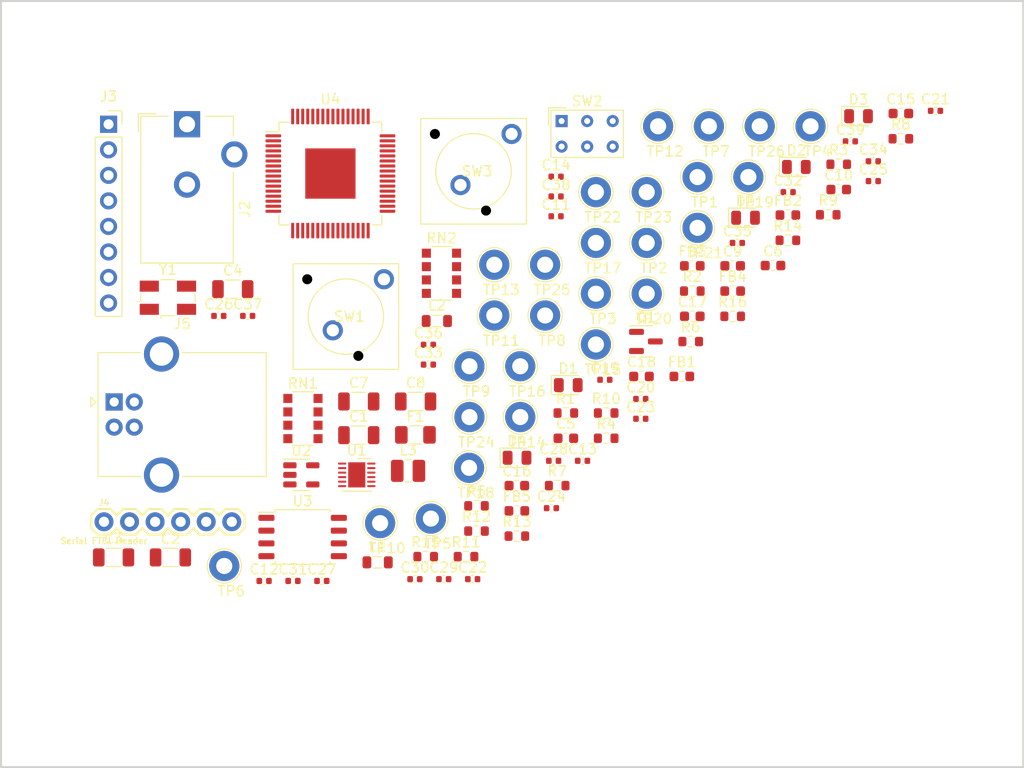
<source format=kicad_pcb>
(kicad_pcb (version 20210722) (generator pcbnew)
  (layers (0 "F.Cu" signal) (31 "B.Cu" signal) (34 "B.Paste" user) (35 "F.Paste" user) (36 "B.SilkS" user "B.Silkscreen") (37 "F.SilkS" user "F.Silkscreen") (38 "B.Mask" user) (39 "F.Mask" user) (44 "Edge.Cuts" user))
  (net 0 "")
  (net 1 "Earth")
  (net 2 "VIN")
  (net 3 "Net-(C2-Pad1)")
  (net 4 "Net-(C4-Pad2)")
  (net 5 "+3V3")
  (net 6 "Net-(C8-Pad1)")
  (net 7 "Net-(C9-Pad1)")
  (net 8 "Net-(C10-Pad1)")
  (net 9 "+1V8")
  (net 10 "Net-(C15-Pad1)")
  (net 11 "+1V2")
  (net 12 "Net-(C16-Pad2)")
  (net 13 "Net-(C17-Pad1)")
  (net 14 "Net-(C18-Pad1)")
  (net 15 "+3.3VADC")
  (net 16 "Net-(D1-Pad1)")
  (net 17 "Net-(D1-Pad2)")
  (net 18 "Net-(D2-Pad1)")
  (net 19 "Net-(D2-Pad2)")
  (net 20 "Net-(D3-Pad2)")
  (net 21 "Net-(D4-Pad2)")
  (net 22 "Net-(D5-Pad2)")
  (net 23 "Net-(FB4-Pad1)")
  (net 24 "Net-(J3-Pad2)")
  (net 25 "Net-(J3-Pad3)")
  (net 26 "Net-(J3-Pad4)")
  (net 27 "Net-(J3-Pad5)")
  (net 28 "Net-(J3-Pad6)")
  (net 29 "Net-(J4-Pad2)")
  (net 30 "Net-(J4-Pad3)")
  (net 31 "Net-(J5-Pad2)")
  (net 32 "Net-(J5-Pad3)")
  (net 33 "Net-(L1-Pad1)")
  (net 34 "Net-(L2-Pad1)")
  (net 35 "Net-(L3-Pad1)")
  (net 36 "Net-(R1-Pad1)")
  (net 37 "Net-(R2-Pad1)")
  (net 38 "Net-(R3-Pad1)")
  (net 39 "Net-(R9-Pad2)")
  (net 40 "Net-(R10-Pad1)")
  (net 41 "Net-(R11-Pad1)")
  (net 42 "Net-(R12-Pad2)")
  (net 43 "Net-(R13-Pad2)")
  (net 44 "Net-(R14-Pad2)")
  (net 45 "Net-(RN2-Pad1)")
  (net 46 "Net-(RN2-Pad4)")
  (net 47 "Net-(RN2-Pad2)")
  (net 48 "Net-(RN2-Pad3)")
  (net 49 "Net-(RN2-Pad7)")
  (net 50 "Net-(RN2-Pad5)")
  (net 51 "Net-(RN2-Pad6)")
  (net 52 "Net-(SW1-Pad2)")
  (net 53 "Net-(SW2-Pad1)")
  (net 54 "Net-(SW2-Pad3)")
  (footprint "Capacitor_SMD:C_0402_1005Metric" (layer "F.Cu") (at 132.91 121)
    (fp_text reference "C29" (at 0 -1.16) (layer "F.SilkS"))
    (fp_text value "10u")
    (pad "1" smd roundrect locked (at -0.48 0) (size 0.56 0.62) (layers "F.Cu" "F.Paste" "F.Mask") (net 11 "+1V2"))
    (pad "2" smd roundrect locked (at 0.48 0) (size 0.56 0.62) (layers "F.Cu" "F.Paste" "F.Mask") (net 1 "Earth"))
  )
  (footprint "Inductor_SMD:L_0603_1608Metric" (layer "F.Cu") (at 157.61 89.84)
    (fp_text reference "FB3" (at 0 -1.43) (layer "F.SilkS"))
    (fp_text value "Ferrite Bead")
    (pad "1" smd roundrect locked (at -0.7875 0) (size 0.875 0.95) (layers "F.Cu" "F.Paste" "F.Mask") (net 11 "+1V2"))
    (pad "2" smd roundrect locked (at 0.7875 0) (size 0.875 0.95) (layers "F.Cu" "F.Paste" "F.Mask") (net 6 "Net-(C8-Pad1)"))
  )
  (footprint "Capacitor_SMD:C_1206_3216Metric" (layer "F.Cu") (at 130.11 103.33)
    (fp_text reference "C8" (at 0 -1.85) (layer "F.SilkS"))
    (fp_text value "10u")
    (pad "1" smd roundrect locked (at -1.475 0) (size 1.15 1.8) (layers "F.Cu" "F.Paste" "F.Mask") (roundrect_rratio 0.217391) (net 6 "Net-(C8-Pad1)"))
    (pad "2" smd roundrect locked (at 1.475 0) (size 1.15 1.8) (layers "F.Cu" "F.Paste" "F.Mask") (roundrect_rratio 0.217391) (net 1 "Earth"))
  )
  (footprint "TestPoint:TestPoint_Loop_D2.60mm_Drill1.6mm_Beaded" (layer "F.Cu") (at 153.08 82.51)
    (fp_text reference "TP23" (at 0.7 2.5) (layer "F.SilkS"))
    (fp_text value "GND")
    (pad "1" thru_hole circle locked (at 0 0) (size 3 3) (drill 1.6) (layers *.Cu *.Mask) (net 1 "Earth"))
  )
  (footprint "Capacitor_SMD:C_1206_3216Metric" (layer "F.Cu") (at 111.94 92.16)
    (fp_text reference "C4" (at 0 -1.85) (layer "F.SilkS"))
    (fp_text value "10u")
    (pad "1" smd roundrect locked (at -1.475 0) (size 1.15 1.8) (layers "F.Cu" "F.Paste" "F.Mask") (roundrect_rratio 0.217391) (net 1 "Earth"))
    (pad "2" smd roundrect locked (at 1.475 0) (size 1.15 1.8) (layers "F.Cu" "F.Paste" "F.Mask") (roundrect_rratio 0.217391) (net 4 "Net-(C4-Pad2)"))
  )
  (footprint "Capacitor_SMD:C_0402_1005Metric" (layer "F.Cu") (at 148.92 101.17)
    (fp_text reference "C19" (at 0 -1.16) (layer "F.SilkS"))
    (fp_text value "0.1u")
    (pad "1" smd roundrect locked (at -0.48 0) (size 0.56 0.62) (layers "F.Cu" "F.Paste" "F.Mask") (net 11 "+1V2"))
    (pad "2" smd roundrect locked (at 0.48 0) (size 0.56 0.62) (layers "F.Cu" "F.Paste" "F.Mask") (net 1 "Earth"))
  )
  (footprint "TestPoint:TestPoint_Loop_D2.60mm_Drill1.6mm_Beaded" (layer "F.Cu") (at 148.03 97.66)
    (fp_text reference "TP15" (at 0.7 2.5) (layer "F.SilkS"))
    (fp_text value "BOOT")
    (pad "1" thru_hole circle locked (at 0 0) (size 3 3) (drill 1.6) (layers *.Cu *.Mask) (net 54 "Net-(SW2-Pad3)"))
  )
  (footprint "Capacitor_SMD:C_0402_1005Metric" (layer "F.Cu") (at 167.14 82.51)
    (fp_text reference "C32" (at 0 -1.16) (layer "F.SilkS"))
    (fp_text value "0.1u")
    (pad "1" smd roundrect locked (at -0.48 0) (size 0.56 0.62) (layers "F.Cu" "F.Paste" "F.Mask") (net 5 "+3V3"))
    (pad "2" smd roundrect locked (at 0.48 0) (size 0.56 0.62) (layers "F.Cu" "F.Paste" "F.Mask") (net 1 "Earth"))
  )
  (footprint "TestPoint:TestPoint_Loop_D2.60mm_Drill1.6mm_Beaded" (layer "F.Cu") (at 135.42 109.93)
    (fp_text reference "TP18" (at 0.7 2.5) (layer "F.SilkS"))
    (fp_text value "XIN")
    (pad "1" thru_hole circle locked (at 0 0) (size 3 3) (drill 1.6) (layers *.Cu *.Mask) (net 8 "Net-(C10-Pad1)"))
  )
  (footprint "Capacitor_SMD:C_0402_1005Metric" (layer "F.Cu") (at 131.38 99.66)
    (fp_text reference "C33" (at 0 -1.16) (layer "F.SilkS"))
    (fp_text value "0.1u")
    (pad "1" smd roundrect locked (at -0.48 0) (size 0.56 0.62) (layers "F.Cu" "F.Paste" "F.Mask") (net 5 "+3V3"))
    (pad "2" smd roundrect locked (at 0.48 0) (size 0.56 0.62) (layers "F.Cu" "F.Paste" "F.Mask") (net 1 "Earth"))
  )
  (footprint "ohsnap-footprints:SW_TH_Tactile_CIT-NC-Series-SPST" (layer "F.Cu") (at 116.925 88.635)
    (fp_text reference "SW1" (at 6.604 6.25) (layer "F.SilkS"))
    (fp_text value "User Button")
    (pad "" np_thru_hole circle (at 7.493 10.16 90) (size 1 1) (drill 1) (layers *.Mask))
    (pad "" np_thru_hole circle (at 2.413 2.54 90) (size 1 1) (drill 1) (layers *.Mask))
    (pad "1" thru_hole circle locked (at 4.953 7.62 90) (size 2 2) (drill 1.22) (layers *.Cu *.Mask) (net 39 "Net-(R9-Pad2)"))
    (pad "2" thru_hole circle locked (at 10.033 2.54 90) (size 2 2) (drill 1.22) (layers *.Cu *.Mask) (net 52 "Net-(SW1-Pad2)"))
  )
  (footprint "LED_SMD:LED_0805_2012Metric" (layer "F.Cu") (at 140.19 108.925)
    (fp_text reference "D4" (at 0 -1.65) (layer "F.SilkS"))
    (fp_text value "PWRGD1V8")
    (pad "1" smd roundrect (at -0.9375 0) (size 0.975 1.4) (layers "F.Cu" "F.Paste" "F.Mask") (net 1 "Earth"))
    (pad "2" smd roundrect (at 0.9375 0) (size 0.975 1.4) (layers "F.Cu" "F.Paste" "F.Mask") (net 21 "Net-(D4-Pad2)"))
  )
  (footprint "Capacitor_SMD:C_0402_1005Metric" (layer "F.Cu") (at 110.55 94.82)
    (fp_text reference "C26" (at 0 -1.16) (layer "F.SilkS"))
    (fp_text value "10u")
    (pad "1" smd roundrect locked (at -0.48 0) (size 0.56 0.62) (layers "F.Cu" "F.Paste" "F.Mask") (net 11 "+1V2"))
    (pad "2" smd roundrect locked (at 0.48 0) (size 0.56 0.62) (layers "F.Cu" "F.Paste" "F.Mask") (net 1 "Earth"))
  )
  (footprint "Capacitor_SMD:C_1206_3216Metric" (layer "F.Cu") (at 124.46 103.33)
    (fp_text reference "C7" (at 0 -1.85) (layer "F.SilkS"))
    (fp_text value "4.7u")
    (pad "1" smd roundrect locked (at -1.475 0) (size 1.15 1.8) (layers "F.Cu" "F.Paste" "F.Mask") (roundrect_rratio 0.217391) (net 1 "Earth"))
    (pad "2" smd roundrect locked (at 1.475 0) (size 1.15 1.8) (layers "F.Cu" "F.Paste" "F.Mask") (roundrect_rratio 0.217391) (net 2 "VIN"))
  )
  (footprint "TestPoint:TestPoint_Loop_D2.60mm_Drill1.6mm_Beaded" (layer "F.Cu") (at 148.03 92.61)
    (fp_text reference "TP3" (at 0.7 2.5) (layer "F.SilkS"))
    (fp_text value "QSPI_MOSI")
    (pad "1" thru_hole circle locked (at 0 0) (size 3 3) (drill 1.6) (layers *.Cu *.Mask) (net 51 "Net-(RN2-Pad6)"))
  )
  (footprint "Capacitor_SMD:C_0402_1005Metric" (layer "F.Cu") (at 117.92 121.18)
    (fp_text reference "C31" (at 0 -1.16) (layer "F.SilkS"))
    (fp_text value "0.1u")
    (pad "1" smd roundrect locked (at -0.48 0) (size 0.56 0.62) (layers "F.Cu" "F.Paste" "F.Mask") (net 5 "+3V3"))
    (pad "2" smd roundrect locked (at 0.48 0) (size 0.56 0.62) (layers "F.Cu" "F.Paste" "F.Mask") (net 1 "Earth"))
  )
  (footprint "Capacitor_SMD:C_0603_1608Metric" (layer "F.Cu") (at 161.62 89.84)
    (fp_text reference "C9" (at 0 -1.43) (layer "F.SilkS"))
    (fp_text value "10u")
    (pad "1" smd roundrect locked (at -0.775 0) (size 0.9 0.95) (layers "F.Cu" "F.Paste" "F.Mask") (net 7 "Net-(C9-Pad1)"))
    (pad "2" smd roundrect locked (at 0.775 0) (size 0.9 0.95) (layers "F.Cu" "F.Paste" "F.Mask") (net 1 "Earth"))
  )
  (footprint "Resistor_SMD:R_0603_1608Metric" (layer "F.Cu") (at 149.05 104.48)
    (fp_text reference "R10" (at 0 -1.43) (layer "F.SilkS"))
    (fp_text value "10k")
    (pad "1" smd roundrect locked (at -0.825 0) (size 0.8 0.95) (layers "F.Cu" "F.Paste" "F.Mask") (net 40 "Net-(R10-Pad1)"))
    (pad "2" smd roundrect locked (at 0.825 0) (size 0.8 0.95) (layers "F.Cu" "F.Paste" "F.Mask") (net 1 "Earth"))
  )
  (footprint "TestPoint:TestPoint_Loop_D2.60mm_Drill1.6mm_Beaded" (layer "F.Cu") (at 137.93 94.78)
    (fp_text reference "TP11" (at 0.7 2.5) (layer "F.SilkS"))
    (fp_text value "RXD")
    (pad "1" thru_hole circle locked (at 0 0) (size 3 3) (drill 1.6) (layers *.Cu *.Mask) (net 29 "Net-(J4-Pad2)"))
  )
  (footprint "Resistor_SMD:R_0603_1608Metric" (layer "F.Cu") (at 140.17 116.72)
    (fp_text reference "R13" (at 0 -1.43) (layer "F.SilkS"))
    (fp_text value "4.7")
    (pad "1" smd roundrect locked (at -0.825 0) (size 0.8 0.95) (layers "F.Cu" "F.Paste" "F.Mask") (net 32 "Net-(J5-Pad3)"))
    (pad "2" smd roundrect locked (at 0.825 0) (size 0.8 0.95) (layers "F.Cu" "F.Paste" "F.Mask") (net 43 "Net-(R13-Pad2)"))
  )
  (footprint "Connector_PinSocket_2.54mm:PinSocket_1x08_P2.54mm_Vertical" (layer "F.Cu") (at 99.59 75.76)
    (fp_text reference "J3" (at 0 -2.77) (layer "F.SilkS"))
    (fp_text value "JTAG")
    (pad "1" thru_hole rect locked (at 0 0) (size 1.7 1.7) (drill 1) (layers *.Cu *.Mask) (net 5 "+3V3"))
    (pad "2" thru_hole oval locked (at 0 2.54) (size 1.7 1.7) (drill 1) (layers *.Cu *.Mask) (net 24 "Net-(J3-Pad2)"))
    (pad "3" thru_hole oval locked (at 0 5.08) (size 1.7 1.7) (drill 1) (layers *.Cu *.Mask) (net 25 "Net-(J3-Pad3)"))
    (pad "4" thru_hole oval locked (at 0 7.62) (size 1.7 1.7) (drill 1) (layers *.Cu *.Mask) (net 26 "Net-(J3-Pad4)"))
    (pad "5" thru_hole oval locked (at 0 10.16) (size 1.7 1.7) (drill 1) (layers *.Cu *.Mask) (net 27 "Net-(J3-Pad5)"))
    (pad "6" thru_hole oval locked (at 0 12.7) (size 1.7 1.7) (drill 1) (layers *.Cu *.Mask) (net 28 "Net-(J3-Pad6)"))
    (pad "7" thru_hole oval locked (at 0 15.24) (size 1.7 1.7) (drill 1) (layers *.Cu *.Mask) (net 14 "Net-(C18-Pad1)"))
    (pad "8" thru_hole oval locked (at 0 17.78) (size 1.7 1.7) (drill 1) (layers *.Cu *.Mask) (net 1 "Earth"))
  )
  (footprint "TestPoint:TestPoint_Loop_D2.60mm_Drill1.6mm_Beaded" (layer "F.Cu") (at 135.46 99.83)
    (fp_text reference "TP9" (at 0.7 2.5) (layer "F.SilkS"))
    (fp_text value "PP1V8")
    (pad "1" thru_hole circle locked (at 0 0) (size 3 3) (drill 1.6) (layers *.Cu *.Mask) (net 9 "+1V8"))
  )
  (footprint "Capacitor_SMD:C_1206_3216Metric" (layer "F.Cu") (at 100.09 118.84)
    (fp_text reference "C3" (at 0 -1.85) (layer "F.SilkS"))
    (fp_text value "4.7u")
    (pad "1" smd roundrect locked (at -1.475 0) (size 1.15 1.8) (layers "F.Cu" "F.Paste" "F.Mask") (roundrect_rratio 0.217391) (net 1 "Earth"))
    (pad "2" smd roundrect locked (at 1.475 0) (size 1.15 1.8) (layers "F.Cu" "F.Paste" "F.Mask") (roundrect_rratio 0.217391) (net 2 "VIN"))
  )
  (footprint "Capacitor_SMD:C_0402_1005Metric" (layer "F.Cu") (at 175.6 79.44)
    (fp_text reference "C34" (at 0 -1.16) (layer "F.SilkS"))
    (fp_text value "0.1u")
    (pad "1" smd roundrect locked (at -0.48 0) (size 0.56 0.62) (layers "F.Cu" "F.Paste" "F.Mask") (net 5 "+3V3"))
    (pad "2" smd roundrect locked (at 0.48 0) (size 0.56 0.62) (layers "F.Cu" "F.Paste" "F.Mask") (net 1 "Earth"))
  )
  (footprint "Capacitor_SMD:C_0603_1608Metric" (layer "F.Cu") (at 165.63 89.81)
    (fp_text reference "C6" (at 0 -1.43) (layer "F.SilkS"))
    (fp_text value "0.1u")
    (pad "1" smd roundrect locked (at -0.775 0) (size 0.9 0.95) (layers "F.Cu" "F.Paste" "F.Mask") (net 1 "Earth"))
    (pad "2" smd roundrect locked (at 0.775 0) (size 0.9 0.95) (layers "F.Cu" "F.Paste" "F.Mask") (net 5 "+3V3"))
  )
  (footprint "Resistor_SMD:R_0603_1608Metric" (layer "F.Cu") (at 157.45 97.37)
    (fp_text reference "R6" (at 0 -1.43) (layer "F.SilkS"))
    (fp_text value "330")
    (pad "1" smd roundrect locked (at -0.825 0) (size 0.8 0.95) (layers "F.Cu" "F.Paste" "F.Mask") (net 21 "Net-(D4-Pad2)"))
    (pad "2" smd roundrect locked (at 0.825 0) (size 0.8 0.95) (layers "F.Cu" "F.Paste" "F.Mask") (net 9 "+1V8"))
  )
  (footprint "Capacitor_SMD:C_0402_1005Metric" (layer "F.Cu") (at 130.04 121)
    (fp_text reference "C30" (at 0 -1.16) (layer "F.SilkS"))
    (fp_text value "0.1u")
    (pad "1" smd roundrect locked (at -0.48 0) (size 0.56 0.62) (layers "F.Cu" "F.Paste" "F.Mask") (net 5 "+3V3"))
    (pad "2" smd roundrect locked (at 0.48 0) (size 0.56 0.62) (layers "F.Cu" "F.Paste" "F.Mask") (net 1 "Earth"))
  )
  (footprint "Resistor_SMD:R_0603_1608Metric" (layer "F.Cu") (at 135.12 118.76)
    (fp_text reference "R11" (at 0 -1.43) (layer "F.SilkS"))
    (fp_text value "10k")
    (pad "1" smd roundrect locked (at -0.825 0) (size 0.8 0.95) (layers "F.Cu" "F.Paste" "F.Mask") (net 41 "Net-(R11-Pad1)"))
    (pad "2" smd roundrect locked (at 0.825 0) (size 0.8 0.95) (layers "F.Cu" "F.Paste" "F.Mask") (net 1 "Earth"))
  )
  (footprint "Capacitor_SMD:C_0603_1608Metric" (layer "F.Cu") (at 152.56 100.84)
    (fp_text reference "C18" (at 0 -1.43) (layer "F.SilkS"))
    (fp_text value "1u")
    (pad "1" smd roundrect locked (at -0.775 0) (size 0.9 0.95) (layers "F.Cu" "F.Paste" "F.Mask") (net 14 "Net-(C18-Pad1)"))
    (pad "2" smd roundrect locked (at 0.775 0) (size 0.9 0.95) (layers "F.Cu" "F.Paste" "F.Mask") (net 1 "Earth"))
  )
  (footprint "Resistor_SMD:R_0603_1608Metric" (layer "F.Cu") (at 136.16 113.71)
    (fp_text reference "R5" (at 0 -1.43) (layer "F.SilkS"))
    (fp_text value "330")
    (pad "1" smd roundrect locked (at -0.825 0) (size 0.8 0.95) (layers "F.Cu" "F.Paste" "F.Mask") (net 20 "Net-(D3-Pad2)"))
    (pad "2" smd roundrect locked (at 0.825 0) (size 0.8 0.95) (layers "F.Cu" "F.Paste" "F.Mask") (net 5 "+3V3"))
  )
  (footprint "Capacitor_SMD:C_0402_1005Metric" (layer "F.Cu") (at 152.49 103.08)
    (fp_text reference "C20" (at 0 -1.16) (layer "F.SilkS"))
    (fp_text value "0.1u")
    (pad "1" smd roundrect locked (at -0.48 0) (size 0.56 0.62) (layers "F.Cu" "F.Paste" "F.Mask") (net 11 "+1V2"))
    (pad "2" smd roundrect locked (at 0.48 0) (size 0.56 0.62) (layers "F.Cu" "F.Paste" "F.Mask") (net 1 "Earth"))
  )
  (footprint "Capacitor_SMD:C_0402_1005Metric" (layer "F.Cu") (at 120.79 121.18)
    (fp_text reference "C27" (at 0 -1.16) (layer "F.SilkS"))
    (fp_text value "10u")
    (pad "1" smd roundrect locked (at -0.48 0) (size 0.56 0.62) (layers "F.Cu" "F.Paste" "F.Mask") (net 11 "+1V2"))
    (pad "2" smd roundrect locked (at 0.48 0) (size 0.56 0.62) (layers "F.Cu" "F.Paste" "F.Mask") (net 1 "Earth"))
  )
  (footprint "Package_QFP:LQFP-64-1EP_10x10mm_P0.5mm_EP5x5mm" (layer "F.Cu") (at 121.64 80.66)
    (fp_text reference "U4" (at 0 -7.4) (layer "F.SilkS"))
    (fp_text value "NUC980DR61YC")
    (pad "1" smd roundrect locked (at -5.675 -3.75) (size 1.55 0.3) (layers "F.Cu" "F.Paste" "F.Mask") (net 1 "Earth"))
    (pad "2" smd roundrect locked (at -5.675 -3.25) (size 1.55 0.3) (layers "F.Cu" "F.Paste" "F.Mask"))
    (pad "3" smd roundrect locked (at -5.675 -2.75) (size 1.55 0.3) (layers "F.Cu" "F.Paste" "F.Mask"))
    (pad "4" smd roundrect locked (at -5.675 -2.25) (size 1.55 0.3) (layers "F.Cu" "F.Paste" "F.Mask") (net 28 "Net-(J3-Pad6)"))
    (pad "5" smd roundrect locked (at -5.675 -1.75) (size 1.55 0.3) (layers "F.Cu" "F.Paste" "F.Mask") (net 27 "Net-(J3-Pad5)"))
    (pad "6" smd roundrect locked (at -5.675 -1.25) (size 1.55 0.3) (layers "F.Cu" "F.Paste" "F.Mask") (net 26 "Net-(J3-Pad4)"))
    (pad "7" smd roundrect locked (at -5.675 -0.75) (size 1.55 0.3) (layers "F.Cu" "F.Paste" "F.Mask") (net 25 "Net-(J3-Pad3)"))
    (pad "8" smd roundrect locked (at -5.675 -0.25) (size 1.55 0.3) (layers "F.Cu" "F.Paste" "F.Mask") (net 24 "Net-(J3-Pad2)"))
    (pad "9" smd roundrect locked (at -5.675 0.25) (size 1.55 0.3) (layers "F.Cu" "F.Paste" "F.Mask") (net 5 "+3V3"))
    (pad "10" smd roundrect locked (at -5.675 0.75) (size 1.55 0.3) (layers "F.Cu" "F.Paste" "F.Mask") (net 11 "+1V2"))
    (pad "11" smd roundrect locked (at -5.675 1.25) (size 1.55 0.3) (layers "F.Cu" "F.Paste" "F.Mask") (net 9 "+1V8"))
    (pad "12" smd roundrect locked (at -5.675 1.75) (size 1.55 0.3) (layers "F.Cu" "F.Paste" "F.Mask") (net 11 "+1V2"))
    (pad "13" smd roundrect locked (at -5.675 2.25) (size 1.55 0.3) (layers "F.Cu" "F.Paste" "F.Mask") (net 5 "+3V3"))
    (pad "14" smd roundrect locked (at -5.675 2.75) (size 1.55 0.3) (layers "F.Cu" "F.Paste" "F.Mask") (net 53 "Net-(SW2-Pad1)"))
    (pad "15" smd roundrect locked (at -5.675 3.25) (size 1.55 0.3) (layers "F.Cu" "F.Paste" "F.Mask") (net 54 "Net-(SW2-Pad3)"))
    (pad "16" smd roundrect locked (at -5.675 3.75) (size 1.55 0.3) (layers "F.Cu" "F.Paste" "F.Mask"))
    (pad "17" smd roundrect locked (at -3.75 5.675) (size 0.3 1.55) (layers "F.Cu" "F.Paste" "F.Mask"))
    (pad "18" smd roundrect locked (at -3.25 5.675) (size 0.3 1.55) (layers "F.Cu" "F.Paste" "F.Mask") (net 15 "+3.3VADC"))
    (pad "19" smd roundrect locked (at -2.75 5.675) (size 0.3 1.55) (layers "F.Cu" "F.Paste" "F.Mask") (net 16 "Net-(D1-Pad1)"))
    (pad "20" smd roundrect locked (at -2.25 5.675) (size 0.3 1.55) (layers "F.Cu" "F.Paste" "F.Mask"))
    (pad "21" smd roundrect locked (at -1.75 5.675) (size 0.3 1.55) (layers "F.Cu" "F.Paste" "F.Mask"))
    (pad "22" smd roundrect locked (at -1.25 5.675) (size 0.3 1.55) (layers "F.Cu" "F.Paste" "F.Mask"))
    (pad "23" smd roundrect locked (at -0.75 5.675) (size 0.3 1.55) (layers "F.Cu" "F.Paste" "F.Mask"))
    (pad "24" smd roundrect locked (at -0.25 5.675) (size 0.3 1.55) (layers "F.Cu" "F.Paste" "F.Mask"))
    (pad "25" smd roundrect locked (at 0.25 5.675) (size 0.3 1.55) (layers "F.Cu" "F.Paste" "F.Mask"))
    (pad "26" smd roundrect locked (at 0.75 5.675) (size 0.3 1.55) (layers "F.Cu" "F.Paste" "F.Mask") (net 18 "Net-(D2-Pad1)"))
    (pad "27" smd roundrect locked (at 1.25 5.675) (size 0.3 1.55) (layers "F.Cu" "F.Paste" "F.Mask"))
    (pad "28" smd roundrect locked (at 1.75 5.675) (size 0.3 1.55) (layers "F.Cu" "F.Paste" "F.Mask"))
    (pad "29" smd roundrect locked (at 2.25 5.675) (size 0.3 1.55) (layers "F.Cu" "F.Paste" "F.Mask"))
    (pad "30" smd roundrect locked (at 2.75 5.675) (size 0.3 1.55) (layers "F.Cu" "F.Paste" "F.Mask") (net 52 "Net-(SW1-Pad2)"))
    (pad "31" smd roundrect locked (at 3.25 5.675) (size 0.3 1.55) (layers "F.Cu" "F.Paste" "F.Mask") (net 11 "+1V2"))
    (pad "32" smd roundrect locked (at 3.75 5.675) (size 0.3 1.55) (layers "F.Cu" "F.Paste" "F.Mask") (net 5 "+3V3"))
    (pad "33" smd roundrect locked (at 5.675 3.75) (size 1.55 0.3) (layers "F.Cu" "F.Paste" "F.Mask") (net 45 "Net-(RN2-Pad1)"))
    (pad "34" smd roundrect locked (at 5.675 3.25) (size 1.55 0.3) (layers "F.Cu" "F.Paste" "F.Mask") (net 47 "Net-(RN2-Pad2)"))
    (pad "35" smd roundrect locked (at 5.675 2.75) (size 1.55 0.3) (layers "F.Cu" "F.Paste" "F.Mask") (net 48 "Net-(RN2-Pad3)"))
    (pad "36" smd roundrect locked (at 5.675 2.25) (size 1.55 0.3) (layers "F.Cu" "F.Paste" "F.Mask") (net 46 "Net-(RN2-Pad4)"))
    (pad "37" smd roundrect locked (at 5.675 1.75) (size 1.55 0.3) (layers "F.Cu" "F.Paste" "F.Mask") (net 14 "Net-(C18-Pad1)"))
    (pad "38" smd roundrect locked (at 5.675 1.25) (size 1.55 0.3) (layers "F.Cu" "F.Paste" "F.Mask") (net 11 "+1V2"))
    (pad "39" smd roundrect locked (at 5.675 0.75) (size 1.55 0.3) (layers "F.Cu" "F.Paste" "F.Mask") (net 9 "+1V8"))
    (pad "40" smd roundrect locked (at 5.675 0.25) (size 1.55 0.3) (layers "F.Cu" "F.Paste" "F.Mask") (net 5 "+3V3"))
    (pad "41" smd roundrect locked (at 5.675 -0.25) (size 1.55 0.3) (layers "F.Cu" "F.Paste" "F.Mask"))
    (pad "42" smd roundrect locked (at 5.675 -0.75) (size 1.55 0.3) (layers "F.Cu" "F.Paste" "F.Mask"))
    (pad "43" smd roundrect locked (at 5.675 -1.25) (size 1.55 0.3) (layers "F.Cu" "F.Paste" "F.Mask"))
    (pad "44" smd roundrect locked (at 5.675 -1.75) (size 1.55 0.3) (layers "F.Cu" "F.Paste" "F.Mask"))
    (pad "45" smd roundrect locked (at 5.675 -2.25) (size 1.55 0.3) (layers "F.Cu" "F.Paste" "F.Mask"))
    (pad "46" smd roundrect locked (at 5.675 -2.75) (size 1.55 0.3) (layers "F.Cu" "F.Paste" "F.Mask"))
    (pad "47" smd roundrect locked (at 5.675 -3.25) (size 1.55 0.3) (layers "F.Cu" "F.Paste" "F.Mask"))
    (pad "48" smd roundrect locked (at 5.675 -3.75) (size 1.55 0.3) (layers "F.Cu" "F.Paste" "F.Mask") (net 11 "+1V2"))
    (pad "49" smd roundrect locked (at 3.75 -5.675) (size 0.3 1.55) (layers "F.Cu" "F.Paste" "F.Mask"))
    (pad "50" smd roundrect locked (at 3.25 -5.675) (size 0.3 1.55) (layers "F.Cu" "F.Paste" "F.Mask"))
    (pad "51" smd roundrect locked (at 2.75 -5.675) (size 0.3 1.55) (layers "F.Cu" "F.Paste" "F.Mask"))
    (pad "52" smd roundrect locked (at 2.25 -5.675) (size 0.3 1.55) (layers "F.Cu" "F.Paste" "F.Mask") (net 29 "Net-(J4-Pad2)"))
    (pad "53" smd roundrect locked (at 1.75 -5.675) (size 0.3 1.55) (layers "F.Cu" "F.Paste" "F.Mask") (net 30 "Net-(J4-Pad3)"))
    (pad "54" smd roundrect locked (at 1.25 -5.675) (size 0.3 1.55) (layers "F.Cu" "F.Paste" "F.Mask") (net 5 "+3V3"))
    (pad "55" smd roundrect locked (at 0.75 -5.675) (size 0.3 1.55) (layers "F.Cu" "F.Paste" "F.Mask") (net 8 "Net-(C10-Pad1)"))
    (pad "56" smd roundrect locked (at 0.25 -5.675) (size 0.3 1.55) (layers "F.Cu" "F.Paste" "F.Mask") (net 13 "Net-(C17-Pad1)"))
    (pad "57" smd roundrect locked (at -0.25 -5.675) (size 0.3 1.55) (layers "F.Cu" "F.Paste" "F.Mask"))
    (pad "58" smd roundrect locked (at -0.75 -5.675) (size 0.3 1.55) (layers "F.Cu" "F.Paste" "F.Mask") (net 11 "+1V2"))
    (pad "59" smd roundrect locked (at -1.25 -5.675) (size 0.3 1.55) (layers "F.Cu" "F.Paste" "F.Mask") (net 5 "+3V3"))
    (pad "60" smd roundrect locked (at -1.75 -5.675) (size 0.3 1.55) (layers "F.Cu" "F.Paste" "F.Mask") (net 11 "+1V2"))
    (pad "61" smd roundrect locked (at -2.25 -5.675) (size 0.3 1.55) (layers "F.Cu" "F.Paste" "F.Mask") (net 44 "Net-(R14-Pad2)"))
    (pad "62" smd roundrect locked (at -2.75 -5.675) (size 0.3 1.55) (layers "F.Cu" "F.Paste" "F.Mask") (net 43 "Net-(R13-Pad2)"))
    (pad "63" smd roundrect locked (at -3.25 -5.675) (size 0.3 1.55) (layers "F.Cu" "F.Paste" "F.Mask") (net 5 "+3V3"))
    (pad "64" smd roundrect locked (at -3.75 -5.675) (size 0.3 1.55) (layers "F.Cu" "F.Paste" "F.Mask") (net 42 "Net-(R12-Pad2)"))
    (pad "65" smd rect locked (at 0 0) (size 5 5) (layers "F.Cu" "F.Mask") (net 1 "Earth"))
  )
  (footprint "TestPoint:TestPoint_Loop_D2.60mm_Drill1.6mm_Beaded" (layer "F.Cu") (at 164.31 75.96)
    (fp_text reference "TP26" (at 0.7 2.5) (layer "F.SilkS"))
    (fp_text value "USB-")
    (pad "1" thru_hole circle locked (at 0 0) (size 3 3) (drill 1.6) (layers *.Cu *.Mask) (net 44 "Net-(R14-Pad2)"))
  )
  (footprint "ohsnap-footprints:SW_TH_Tactile_CIT-NC-Series-SPST" (layer "F.Cu") (at 129.615 74.185)
    (fp_text reference "SW3" (at 6.604 6.25) (layer "F.SilkS"))
    (fp_text value "Reset")
    (pad "" np_thru_hole circle (at 2.413 2.54 90) (size 1 1) (drill 1) (layers *.Mask))
    (pad "" np_thru_hole circle (at 7.493 10.16 90) (size 1 1) (drill 1) (layers *.Mask))
    (pad "1" thru_hole circle locked (at 4.953 7.62 90) (size 2 2) (drill 1.22) (layers *.Cu *.Mask) (net 14 "Net-(C18-Pad1)"))
    (pad "2" thru_hole circle locked (at 10.033 2.54 90) (size 2 2) (drill 1.22) (layers *.Cu *.Mask) (net 1 "Earth"))
  )
  (footprint "Capacitor_SMD:C_0603_1608Metric" (layer "F.Cu") (at 145.04 106.99)
    (fp_text reference "C5" (at 0 -1.43) (layer "F.SilkS"))
    (fp_text value "10u")
    (pad "1" smd roundrect locked (at -0.775 0) (size 0.9 0.95) (layers "F.Cu" "F.Paste" "F.Mask") (net 1 "Earth"))
    (pad "2" smd roundrect locked (at 0.775 0) (size 0.9 0.95) (layers "F.Cu" "F.Paste" "F.Mask") (net 5 "+3V3"))
  )
  (footprint "TestPoint:TestPoint_Loop_D2.60mm_Drill1.6mm_Beaded" (layer "F.Cu") (at 159.26 75.96)
    (fp_text reference "TP7" (at 0.7 2.5) (layer "F.SilkS"))
    (fp_text value "TDO")
    (pad "1" thru_hole circle locked (at 0 0) (size 3 3) (drill 1.6) (layers *.Cu *.Mask) (net 28 "Net-(J3-Pad6)"))
  )
  (footprint "LED_SMD:LED_0805_2012Metric" (layer "F.Cu") (at 145.28 101.705)
    (fp_text reference "D1" (at 0 -1.65) (layer "F.SilkS"))
    (fp_text value "LED2")
    (pad "1" smd roundrect (at -0.9375 0) (size 0.975 1.4) (layers "F.Cu" "F.Paste" "F.Mask") (net 16 "Net-(D1-Pad1)"))
    (pad "2" smd roundrect (at 0.9375 0) (size 0.975 1.4) (layers "F.Cu" "F.Paste" "F.Mask") (net 17 "Net-(D1-Pad2)"))
  )
  (footprint "Capacitor_SMD:C_0402_1005Metric" (layer "F.Cu") (at 143.61 113.94)
    (fp_text reference "C24" (at 0 -1.16) (layer "F.SilkS"))
    (fp_text value "0.1u")
    (pad "1" smd roundrect locked (at -0.48 0) (size 0.56 0.62) (layers "F.Cu" "F.Paste" "F.Mask") (net 11 "+1V2"))
    (pad "2" smd roundrect locked (at 0.48 0) (size 0.56 0.62) (layers "F.Cu" "F.Paste" "F.Mask") (net 1 "Earth"))
  )
  (footprint "LED_SMD:LED_0805_2012Metric" (layer "F.Cu") (at 162.9 85.055)
    (fp_text reference "D5" (at 0 -1.65) (layer "F.SilkS"))
    (fp_text value "PWRGD1V2")
    (pad "1" smd roundrect (at -0.9375 0) (size 0.975 1.4) (layers "F.Cu" "F.Paste" "F.Mask") (net 1 "Earth"))
    (pad "2" smd roundrect (at 0.9375 0) (size 0.975 1.4) (layers "F.Cu" "F.Paste" "F.Mask") (net 22 "Net-(D5-Pad2)"))
  )
  (footprint "Capacitor_SMD:C_0402_1005Metric" (layer "F.Cu") (at 144.07 80.97)
    (fp_text reference "C14" (at 0 -1.16) (layer "F.SilkS"))
    (fp_text value "10u")
    (pad "1" smd roundrect locked (at -0.48 0) (size 0.56 0.62) (layers "F.Cu" "F.Paste" "F.Mask") (net 9 "+1V8"))
    (pad "2" smd roundrect locked (at 0.48 0) (size 0.56 0.62) (layers "F.Cu" "F.Paste" "F.Mask") (net 1 "Earth"))
  )
  (footprint "Resistor_SMD:R_0603_1608Metric" (layer "F.Cu") (at 161.62 94.86)
    (fp_text reference "R16" (at 0 -1.43) (layer "F.SilkS"))
    (fp_text value "100k")
    (pad "1" smd roundrect locked (at -0.825 0) (size 0.8 0.95) (layers "F.Cu" "F.Paste" "F.Mask") (net 1 "Earth"))
    (pad "2" smd roundrect locked (at 0.825 0) (size 0.8 0.95) (layers "F.Cu" "F.Paste" "F.Mask") (net 12 "Net-(C16-Pad2)"))
  )
  (footprint "Resistor_SMD:R_0603_1608Metric" (layer "F.Cu") (at 145.04 104.48)
    (fp_text reference "R1" (at 0 -1.43) (layer "F.SilkS"))
    (fp_text value "10k")
    (pad "1" smd roundrect locked (at -0.825 0) (size 0.8 0.95) (layers "F.Cu" "F.Paste" "F.Mask") (net 36 "Net-(R1-Pad1)"))
    (pad "2" smd roundrect locked (at 0.825 0) (size 0.8 0.95) (layers "F.Cu" "F.Paste" "F.Mask") (net 5 "+3V3"))
  )
  (footprint "Capacitor_SMD:C_0402_1005Metric" (layer "F.Cu") (at 144.07 82.94)
    (fp_text reference "C38" (at 0 -1.16) (layer "F.SilkS"))
    (fp_text value "0.1u")
    (pad "1" smd roundrect locked (at -0.48 0) (size 0.56 0.62) (layers "F.Cu" "F.Paste" "F.Mask") (net 15 "+3.3VADC"))
    (pad "2" smd roundrect locked (at 0.48 0) (size 0.56 0.62) (layers "F.Cu" "F.Paste" "F.Mask") (net 1 "Earth"))
  )
  (footprint "Package_DFN_QFN:WDFN-12-1EP_3x3mm_P0.45mm_EP1.7x2.5mm" (layer "F.Cu") (at 124.26 110.63)
    (fp_text reference "U1" (at 0 -2.45) (layer "F.SilkS"))
    (fp_text value "PAM2306AYPKE")
    (pad "1" smd roundrect locked (at -1.45 -1.125) (size 0.8 0.2) (layers "F.Cu" "F.Paste" "F.Mask") (net 2 "VIN"))
    (pad "2" smd roundrect locked (at -1.45 -0.675) (size 0.8 0.2) (layers "F.Cu" "F.Paste" "F.Mask") (net 34 "Net-(L2-Pad1)"))
    (pad "3" smd roundrect locked (at -1.45 -0.225) (size 0.8 0.2) (layers "F.Cu" "F.Paste" "F.Mask") (net 1 "Earth"))
    (pad "4" smd roundrect locked (at -1.45 0.225) (size 0.8 0.2) (layers "F.Cu" "F.Paste" "F.Mask") (net 3 "Net-(C2-Pad1)"))
    (pad "5" smd roundrect locked (at -1.45 0.675) (size 0.8 0.2) (layers "F.Cu" "F.Paste" "F.Mask"))
    (pad "6" smd roundrect locked (at -1.45 1.125) (size 0.8 0.2) (layers "F.Cu" "F.Paste" "F.Mask") (net 2 "VIN"))
    (pad "7" smd roundrect locked (at 1.45 1.125) (size 0.8 0.2) (layers "F.Cu" "F.Paste" "F.Mask") (net 2 "VIN"))
    (pad "8" smd roundrect locked (at 1.45 0.675) (size 0.8 0.2) (layers "F.Cu" "F.Paste" "F.Mask") (net 33 "Net-(L1-Pad1)"))
    (pad "9" smd roundrect locked (at 1.45 0.225) (size 0.8 0.2) (layers "F.Cu" "F.Paste" "F.Mask") (net 1 "Earth"))
    (pad "10" smd roundrect locked (at 1.45 -0.225) (size 0.8 0.2) (layers "F.Cu" "F.Paste" "F.Mask") (net 4 "Net-(C4-Pad2)"))
    (pad "11" smd roundrect locked (at 1.45 -0.675) (size 0.8 0.2) (layers "F.Cu" "F.Paste" "F.Mask"))
    (pad "12" smd roundrect locked (at 1.45 -1.125) (size 0.8 0.2) (layers "F.Cu" "F.Paste" "F.Mask") (net 2 "VIN"))
    (pad "13" smd rect locked (at 0 0) (size 1.7 2.5) (layers "F.Cu" "F.Mask") (net 1 "Earth"))
  )
  (footprint "Capacitor_SMD:C_0402_1005Metric" (layer "F.Cu") (at 146.7 109.23)
    (fp_text reference "C13" (at 0 -1.16) (layer "F.SilkS"))
    (fp_text value "10u")
    (pad "1" smd roundrect locked (at -0.48 0) (size 0.56 0.62) (layers "F.Cu" "F.Paste" "F.Mask") (net 9 "+1V8"))
    (pad "2" smd roundrect locked (at 0.48 0) (size 0.56 0.62) (layers "F.Cu" "F.Paste" "F.Mask") (net 1 "Earth"))
  )
  (footprint "Inductor_SMD:L_0805_2012Metric" (layer "F.Cu") (at 126.33 119.33)
    (fp_text reference "L1" (at 0 -1.55) (layer "F.SilkS"))
    (fp_text value "4.7u")
    (pad "1" smd roundrect locked (at -1.0625 0) (size 0.875 1.2) (layers "F.Cu" "F.Paste" "F.Mask") (net 33 "Net-(L1-Pad1)"))
    (pad "2" smd roundrect locked (at 1.0625 0) (size 0.875 1.2) (layers "F.Cu" "F.Paste" "F.Mask") (net 3 "Net-(C2-Pad1)"))
  )
  (footprint "TestPoint:TestPoint_Loop_D2.60mm_Drill1.6mm_Beaded" (layer "F.Cu") (at 148.03 87.56)
    (fp_text reference "TP17" (at 0.7 2.5) (layer "F.SilkS"))
    (fp_text value "XOUT")
    (pad "1" thru_hole circle locked (at 0 0) (size 3 3) (drill 1.6) (layers *.Cu *.Mask) (net 13 "Net-(C17-Pad1)"))
  )
  (footprint "Inductor_SMD:L_0603_1608Metric" (layer "F.Cu") (at 156.57 100.84)
    (fp_text reference "FB1" (at 0 -1.43) (layer "F.SilkS"))
    (fp_text value "Ferrite Bead")
    (pad "1" smd roundrect locked (at -0.7875 0) (size 0.875 0.95) (layers "F.Cu" "F.Paste" "F.Mask") (net 5 "+3V3"))
    (pad "2" smd roundrect locked (at 0.7875 0) (size 0.875 0.95) (layers "F.Cu" "F.Paste" "F.Mask") (net 3 "Net-(C2-Pad1)"))
  )
  (footprint "LED_SMD:LED_0805_2012Metric" (layer "F.Cu") (at 167.95 80.005)
    (fp_text reference "D2" (at 0 -1.65) (layer "F.SilkS"))
    (fp_text value "LED1")
    (pad "1" smd roundrect (at -0.9375 0) (size 0.975 1.4) (layers "F.Cu" "F.Paste" "F.Mask") (net 18 "Net-(D2-Pad1)"))
    (pad "2" smd roundrect (at 0.9375 0) (size 0.975 1.4) (layers "F.Cu" "F.Paste" "F.Mask") (net 19 "Net-(D2-Pad2)"))
  )
  (footprint "Inductor_SMD:L_0603_1608Metric" (layer "F.Cu") (at 161.62 92.35)
    (fp_text reference "FB4" (at 0 -1.43) (layer "F.SilkS"))
    (fp_text value "Ferrite Bead")
    (pad "1" smd roundrect locked (at -0.7875 0) (size 0.875 0.95) (layers "F.Cu" "F.Paste" "F.Mask") (net 23 "Net-(FB4-Pad1)"))
    (pad "2" smd roundrect locked (at 0.7875 0) (size 0.875 0.95) (layers "F.Cu" "F.Paste" "F.Mask") (net 1 "Earth"))
  )
  (footprint "Capacitor_SMD:C_0402_1005Metric" (layer "F.Cu") (at 131.38 97.69)
    (fp_text reference "C36" (at 0 -1.16) (layer "F.SilkS"))
    (fp_text value "0.1u")
    (pad "1" smd roundrect locked (at -0.48 0) (size 0.56 0.62) (layers "F.Cu" "F.Paste" "F.Mask") (net 5 "+3V3"))
    (pad "2" smd roundrect locked (at 0.48 0) (size 0.56 0.62) (layers "F.Cu" "F.Paste" "F.Mask") (net 1 "Earth"))
  )
  (footprint "Inductor_SMD:L_0805_2012Metric" (layer "F.Cu") (at 132.22 95.33)
    (fp_text reference "L2" (at 0 -1.55) (layer "F.SilkS"))
    (fp_text value "4.7u")
    (pad "1" smd roundrect locked (at -1.0625 0) (size 0.875 1.2) (layers "F.Cu" "F.Paste" "F.Mask") (net 34 "Net-(L2-Pad1)"))
    (pad "2" smd roundrect locked (at 1.0625 0) (size 0.875 1.2) (layers "F.Cu" "F.Paste" "F.Mask") (net 4 "Net-(C4-Pad2)"))
  )
  (footprint "Capacitor_SMD:C_0402_1005Metric" (layer "F.Cu") (at 152.49 105.05)
    (fp_text reference "C23" (at 0 -1.16) (layer "F.SilkS"))
    (fp_text value "0.1u")
    (pad "1" smd roundrect locked (at -0.48 0) (size 0.56 0.62) (layers "F.Cu" "F.Paste" "F.Mask") (net 11 "+1V2"))
    (pad "2" smd roundrect locked (at 0.48 0) (size 0.56 0.62) (layers "F.Cu" "F.Paste" "F.Mask") (net 1 "Earth"))
  )
  (footprint "Capacitor_SMD:C_0603_1608Metric" (layer "F.Cu") (at 157.61 94.86)
    (fp_text reference "C17" (at 0 -1.43) (layer "F.SilkS"))
    (fp_text value "15p")
    (pad "1" smd roundrect locked (at -0.775 0) (size 0.9 0.95) (layers "F.Cu" "F.Paste" "F.Mask") (net 13 "Net-(C17-Pad1)"))
    (pad "2" smd roundrect locked (at 0.775 0) (size 0.9 0.95) (layers "F.Cu" "F.Paste" "F.Mask") (net 1 "Earth"))
  )
  (footprint "Button_Switch_THT:SW_NKK_GW12LJP" (layer "F.Cu") (at 144.62 75.44)
    (fp_text reference "SW2" (at 2.54 -1.98) (layer "F.SilkS"))
    (fp_text value "Boot Source")
    (pad "1" thru_hole rect locked (at 0 0) (size 1.2 1.2) (drill 0.6) (layers *.Cu *.Mask) (net 53 "Net-(SW2-Pad1)"))
    (pad "2" thru_hole circle locked (at 2.54 0) (size 1.2 1.2) (drill 0.6) (layers *.Cu *.Mask) (net 41 "Net-(R11-Pad1)"))
    (pad "3" thru_hole circle locked (at 5.08 0) (size 1.2 1.2) (drill 0.6) (layers *.Cu *.Mask) (net 54 "Net-(SW2-Pad3)"))
    (pad "4" thru_hole circle locked (at 0 2.54) (size 1.2 1.2) (drill 0.6) (layers *.Cu *.Mask) (net 40 "Net-(R10-Pad1)"))
    (pad "5" thru_hole circle locked (at 2.54 2.54) (size 1.2 1.2) (drill 0.6) (layers *.Cu *.Mask))
    (pad "6" thru_hole circle locked (at 5.08 2.54) (size 1.2 1.2) (drill 0.6) (layers *.Cu *.Mask))
  )
  (footprint "Package_TO_SOT_SMD:SOT-23" (layer "F.Cu") (at 153 97.36)
    (fp_text reference "Q1" (at 0 -2.4) (layer "F.SilkS"))
    (fp_text value "MMBT3904")
    (pad "1" smd roundrect locked (at -0.9375 -0.95) (size 1.475 0.6) (layers "F.Cu" "F.Paste" "F.Mask") (net 12 "Net-(C16-Pad2)"))
    (pad "2" smd roundrect locked (at -0.9375 0.95) (size 1.475 0.6) (layers "F.Cu" "F.Paste" "F.Mask") (net 1 "Earth"))
    (pad "3" smd roundrect locked (at 0.9375 0) (size 1.475 0.6) (layers "F.Cu" "F.Paste" "F.Mask") (net 14 "Net-(C18-Pad1)"))
  )
  (footprint "TestPoint:TestPoint_Loop_D2.60mm_Drill1.6mm_Beaded" (layer "F.Cu") (at 140.51 104.88)
    (fp_text reference "TP14" (at 0.7 2.5) (layer "F.SilkS"))
    (fp_text value "PC.11")
    (pad "1" thru_hole circle locked (at 0 0) (size 3 3) (drill 1.6) (layers *.Cu *.Mask) (net 18 "Net-(D2-Pad1)"))
  )
  (footprint "Resistor_SMD:R_0603_1608Metric" (layer "F.Cu") (at 171.12 84.76)
    (fp_text reference "R9" (at 0 -1.43) (layer "F.SilkS"))
    (fp_text value "10k")
    (pad "1" smd roundrect locked (at -0.825 0) (size 0.8 0.95) (layers "F.Cu" "F.Paste" "F.Mask") (net 5 "+3V3"))
    (pad "2" smd roundrect locked (at 0.825 0) (size 0.8 0.95) (layers "F.Cu" "F.Paste" "F.Mask") (net 39 "Net-(R9-Pad2)"))
  )
  (footprint "Capacitor_SMD:C_0402_1005Metric" (layer "F.Cu") (at 115.05 121.18)
    (fp_text reference "C12" (at 0 -1.16) (layer "F.SilkS"))
    (fp_text value "10u")
    (pad "1" smd roundrect locked (at -0.48 0) (size 0.56 0.62) (layers "F.Cu" "F.Paste" "F.Mask") (net 9 "+1V8"))
    (pad "2" smd roundrect locked (at 0.48 0) (size 0.56 0.62) (layers "F.Cu" "F.Paste" "F.Mask") (net 1 "Earth"))
  )
  (footprint "Fuse:Fuse_1206_3216Metric" (layer "F.Cu") (at 130.09 106.65)
    (fp_text reference "F1" (at 0 -1.82) (layer "F.SilkS"))
    (fp_text value "Fuse 6V/1A")
    (pad "1" smd roundrect locked (at -1.4 0) (size 1.25 1.75) (layers "F.Cu" "F.Paste" "F.Mask") (roundrect_rratio 0.2) (net 7 "Net-(C9-Pad1)"))
    (pad "2" smd roundrect locked (at 1.4 0) (size 1.25 1.75) (layers "F.Cu" "F.Paste" "F.Mask") (roundrect_rratio 0.2) (net 2 "VIN"))
  )
  (footprint "Inductor_SMD:L_0603_1608Metric" (layer "F.Cu") (at 140.17 114.21)
    (fp_text reference "FB5" (at 0 -1.43) (layer "F.SilkS"))
    (fp_text value "Ferrite Bead")
    (pad "1" smd roundrect locked (at -0.7875 0) (size 0.875 0.95) (layers "F.Cu" "F.Paste" "F.Mask") (net 5 "+3V3"))
    (pad "2" smd roundrect locked (at 0.7875 0) (size 0.875 0.95) (layers "F.Cu" "F.Paste" "F.Mask") (net 15 "+3.3VADC"))
  )
  (footprint "Capacitor_SMD:C_0402_1005Metric" (layer "F.Cu") (at 144.07 84.91)
    (fp_text reference "C11" (at 0 -1.16) (layer "F.SilkS"))
    (fp_text value "0.1u")
    (pad "1" smd roundrect locked (at -0.48 0) (size 0.56 0.62) (layers "F.Cu" "F.Paste" "F.Mask") (net 9 "+1V8"))
    (pad "2" smd roundrect locked (at 0.48 0) (size 0.56 0.62) (layers "F.Cu" "F.Paste" "F.Mask") (net 1 "Earth"))
  )
  (footprint "Resistor_SMD:R_0603_1608Metric" (layer "F.Cu") (at 144.18 111.7)
    (fp_text reference "R7" (at 0 -1.43) (layer "F.SilkS"))
    (fp_text value "330")
    (pad "1" smd roundrect locked (at -0.825 0) (size 0.8 0.95) (layers "F.Cu" "F.Paste" "F.Mask") (net 22 "Net-(D5-Pad2)"))
    (pad "2" smd roundrect locked (at 0.825 0) (size 0.8 0.95) (layers "F.Cu" "F.Paste" "F.Mask") (net 11 "+1V2"))
  )
  (footprint "Resistor_SMD:R_Array_Convex_4x1206" (layer "F.Cu") (at 132.68 90.58)
    (fp_text reference "RN2" (at 0 -3.5) (layer "F.SilkS"))
    (fp_text value "33-8P4R")
    (pad "1" smd rect locked (at -1.5 -2) (size 0.9 0.9) (layers "F.Cu" "F.Paste" "F.Mask") (net 45 "Net-(RN2-Pad1)"))
    (pad "2" smd rect locked (at -1.5 -0.66) (size 0.9 0.9) (layers "F.Cu" "F.Paste" "F.Mask") (net 47 "Net-(RN2-Pad2)"))
    (pad "3" smd rect locked (at -1.5 0.66) (size 0.9 0.9) (layers "F.Cu" "F.Paste" "F.Mask") (net 48 "Net-(RN2-Pad3)"))
    (pad "4" smd rect locked (at -1.5 2) (size 0.9 0.9) (layers "F.Cu" "F.Paste" "F.Mask") (net 46 "Net-(RN2-Pad4)"))
    (pad "5" smd rect locked (at 1.5 2) (size 0.9 0.9) (layers "F.Cu" "F.Paste" "F.Mask") (net 50 "Net-(RN2-Pad5)"))
    (pad "6" smd rect locked (at 1.5 0.66) (size 0.9 0.9) (layers "F.Cu" "F.Paste" "F.Mask") (net 51 "Net-(RN2-Pad6)"))
    (pad "7" smd rect locked (at 1.5 -0.66) (size 0.9 0.9) (layers "F.Cu" "F.Paste" "F.Mask") (net 49 "Net-(RN2-Pad7)"))
    (pad "8" smd rect locked (at 1.5 -2) (size 0.9 0.9) (layers "F.Cu" "F.Paste" "F.Mask") (net 36 "Net-(R1-Pad1)"))
  )
  (footprint "Capacitor_SMD:C_0603_1608Metric" (layer "F.Cu") (at 178.34 74.69)
    (fp_text reference "C15" (at 0 -1.43) (layer "F.SilkS"))
    (fp_text value ".01u")
    (pad "1" smd roundrect locked (at -0.775 0) (size 0.9 0.95) (layers "F.Cu" "F.Paste" "F.Mask") (net 10 "Net-(C15-Pad1)"))
    (pad "2" smd roundrect locked (at 0.775 0) (size 0.9 0.95) (layers "F.Cu" "F.Paste" "F.Mask") (net 1 "Earth"))
  )
  (footprint "SparkFun-Connectors:1X06" (layer "F.Cu") (at 99.1366 115.2966)
    (fp_text reference "J4" (at 0 -1.905) (layer "F.SilkS") (effects (font (size 0.6096 0.6096) (thickness 0.127))))
    (fp_text value "Serial FTDI Header" (at 0 1.905) (layer "F.SilkS") (effects (font (size 0.6096 0.6096) (thickness 0.127))))
    (pad "1" thru_hole circle locked (at 0 0) (size 1.8796 1.8796) (drill 1.016) (layers *.Cu *.Mask))
    (pad "2" thru_hole circle locked (at 2.54 0) (size 1.8796 1.8796) (drill 1.016) (layers *.Cu *.Mask) (net 29 "Net-(J4-Pad2)"))
    (pad "3" thru_hole circle locked (at 5.08 0) (size 1.8796 1.8796) (drill 1.016) (layers *.Cu *.Mask) (net 30 "Net-(J4-Pad3)"))
    (pad "4" thru_hole circle locked (at 7.62 0) (size 1.8796 1.8796) (drill 1.016) (layers *.Cu *.Mask) (net 5 "+3V3"))
    (pad "5" thru_hole circle locked (at 10.16 0) (size 1.8796 1.8796) (drill 1.016) (layers *.Cu *.Mask))
    (pad "6" thru_hole circle locked (at 12.7 0) (size 1.8796 1.8796) (drill 1.016) (layers *.Cu *.Mask) (net 1 "Earth"))
  )
  (footprint "Capacitor_SMD:C_0603_1608Metric" (layer "F.Cu") (at 172.16 82.25)
    (fp_text reference "C10" (at 0 -1.43) (layer "F.SilkS"))
    (fp_text value "15p")
    (pad "1" smd roundrect locked (at -0.775 0) (size 0.9 0.95) (layers "F.Cu" "F.Paste" "F.Mask") (net 8 "Net-(C10-Pad1)"))
    (pad "2" smd roundrect locked (at 0.775 0) (size 0.9 0.95) (layers "F.Cu" "F.Paste" "F.Mask") (net 1 "Earth"))
  )
  (footprint "Inductor_SMD:L_1008_2520Metric" (layer "F.Cu") (at 129.36 110.23)
    (fp_text reference "L3" (at 0 -2.05) (layer "F.SilkS"))
    (fp_text value "10u")
    (pad "1" smd roundrect locked (at -1.075 0) (size 1.25 2.2) (layers "F.Cu" "F.Paste" "F.Mask") (roundrect_rratio 0.2) (net 35 "Net-(L3-Pad1)"))
    (pad "2" smd roundrect locked (at 1.075 0) (size 1.25 2.2) (layers "F.Cu" "F.Paste" "F.Mask") (roundrect_rratio 0.2) (net 6 "Net-(C8-Pad1)"))
  )
  (footprint "Resistor_SMD:R_0603_1608Metric" (layer "F.Cu") (at 131.11 118.76)
    (fp_text reference "R15" (at 0 -1.43) (layer "F.SilkS"))
    (fp_text value "100k")
    (pad "1" smd roundrect locked (at -0.825 0) (size 0.8 0.95) (layers "F.Cu" "F.Paste" "F.Mask") (net 14 "Net-(C18-Pad1)"))
    (pad "2" smd roundrect locked (at 0.825 0) (size 0.8 0.95) (layers "F.Cu" "F.Paste" "F.Mask") (net 5 "+3V3"))
  )
  (footprint "Resistor_SMD:R_0603_1608Metric" (layer "F.Cu") (at 167.11 87.3)
    (fp_text reference "R14" (at 0 -1.43) (layer "F.SilkS"))
    (fp_text value "4.7")
    (pad "1" smd roundrect locked (at -0.825 0) (size 0.8 0.95) (layers "F.Cu" "F.Paste" "F.Mask") (net 31 "Net-(J5-Pad2)"))
    (pad "2" smd roundrect locked (at 0.825 0) (size 0.8 0.95) (layers "F.Cu" "F.Paste" "F.Mask") (net 44 "Net-(R14-Pad2)"))
  )
  (footprint "Crystal:Crystal_SMD_EuroQuartz_MJ-4Pin_5.0x3.2mm" (layer "F.Cu") (at 105.49 93.01)
    (fp_text reference "Y1" (at 0 -2.8) (layer "F.SilkS"))
    (fp_text value "12 MHz")
    (pad "1" smd rect locked (at -1.85 1.15) (size 1.9 1.1) (layers "F.Cu" "F.Paste" "F.Mask") (net 8 "Net-(C10-Pad1)"))
    (pad "2" smd rect locked (at 1.85 1.15) (size 1.9 1.1) (layers "F.Cu" "F.Paste" "F.Mask") (net 1 "Earth"))
    (pad "3" smd rect locked (at 1.85 -1.15) (size 1.9 1.1) (layers "F.Cu" "F.Paste" "F.Mask") (net 13 "Net-(C17-Pad1)"))
    (pad "4" smd rect locked (at -1.85 -1.15) (size 1.9 1.1) (layers "F.Cu" "F.Paste" "F.Mask") (net 1 "Earth"))
  )
  (footprint "Inductor_SMD:L_0603_1608Metric" (layer "F.Cu") (at 167.11 84.79)
    (fp_text reference "FB2" (at 0 -1.43) (layer "F.SilkS"))
    (fp_text value "Ferrite Bead")
    (pad "1" smd roundrect locked (at -0.7875 0) (size 0.875 0.95) (layers "F.Cu" "F.Paste" "F.Mask") (net 9 "+1V8"))
    (pad "2" smd roundrect locked (at 0.7875 0) (size 0.875 0.95) (layers "F.Cu" "F.Paste" "F.Mask") (net 4 "Net-(C4-Pad2)"))
  )
  (footprint "TestPoint:TestPoint_Loop_D2.60mm_Drill1.6mm_Beaded" (layer "F.Cu") (at 153.08 87.56)
    (fp_text reference "TP2" (at 0.7 2.5) (layer "F.SilkS"))
    (fp_text value "QSPI_CLK")
    (pad "1" thru_hole circle locked (at 0 0) (size 3 3) (drill 1.6) (layers *.Cu *.Mask) (net 49 "Net-(RN2-Pad7)"))
  )
  (footprint "TestPoint:TestPoint_Loop_D2.60mm_Drill1.6mm_Beaded" (layer "F.Cu") (at 131.63 114.98)
    (fp_text reference "TP5" (at 0.7 2.5) (layer "F.SilkS"))
    (fp_text value "TCK")
    (pad "1" thru_hole circle locked (at 0 0) (size 3 3) (drill 1.6) (layers *.Cu *.Mask) (net 27 "Net-(J3-Pad5)"))
  )
  (footprint "LED_SMD:LED_0805_2012Metric" (layer "F.Cu") (at 174.13 74.955)
    (fp_text reference "D3" (at 0 -1.65) (layer "F.SilkS"))
    (fp_text value "PWRGD3V3")
    (pad "1" smd roundrect (at -0.9375 0) (size 0.975 1.4) (layers "F.Cu" "F.Paste" "F.Mask") (net 1 "Earth"))
    (pad "2" smd roundrect (at 0.9375 0) (size 0.975 1.4) (layers "F.Cu" "F.Paste" "F.Mask") (net 20 "Net-(D3-Pad2)"))
  )
  (footprint "TestPoint:TestPoint_Loop_D2.60mm_Drill1.6mm_Beaded" (layer "F.Cu") (at 142.98 94.78)
    (fp_text reference "TP8" (at 0.7 2.5) (layer "F.SilkS"))
    (fp_text value "PP3V3")
    (pad "1" thru_hole circle locked (at 0 0) (size 3 3) (drill 1.6) (layers *.Cu *.Mask) (net 5 "+3V3"))
  )
  (footprint "Capacitor_SMD:C_0402_1005Metric" (layer "F.Cu") (at 181.78 74.42)
    (fp_text reference "C21" (at 0 -1.16) (layer "F.SilkS"))
    (fp_text value "0.1u")
    (pad "1" smd roundrect locked (at -0.48 0) (size 0.56 0.62) (layers "F.Cu" "F.Paste" "F.Mask") (net 11 "+1V2"))
    (pad "2" smd roundrect locked (at 0.48 0) (size 0.56 0.62) (layers "F.Cu" "F.Paste" "F.Mask") (net 1 "Earth"))
  )
  (footprint "TestPoint:TestPoint_Loop_D2.60mm_Drill1.6mm_Beaded" (layer "F.Cu") (at 169.36 75.96)
    (fp_text reference "TP4" (at 0.7 2.5) (layer "F.SilkS"))
    (fp_text value "QSPI_MISO")
    (pad "1" thru_hole circle locked (at 0 0) (size 3 3) (drill 1.6) (layers *.Cu *.Mask) (net 50 "Net-(RN2-Pad5)"))
  )
  (footprint "TestPoint:TestPoint_Loop_D2.60mm_Drill1.6mm_Beaded" (layer "F.Cu") (at 154.21 75.96)
    (fp_text reference "TP12" (at 0.7 2.5) (layer "F.SilkS"))
    (fp_text value "TXD")
    (pad "1" thru_hole circle locked (at 0 0) (size 3 3) (drill 1.6) (layers *.Cu *.Mask) (net 30 "Net-(J4-Pad3)"))
  )
  (footprint "Connector_USB:USB_B_OST_USB-B1HSxx_Horizontal" (layer "F.Cu") (at 100.145 103.38)
    (fp_text reference "J5" (at 6.76 -7.77) (layer "F.SilkS"))
    (fp_text value "USB-A")
    (pad "1" thru_hole rect (at 0 0) (size 1.7 1.7) (drill 0.92) (layers *.Cu *.Mask) (net 7 "Net-(C9-Pad1)"))
    (pad "2" thru_hole circle (at 0 2.5) (size 1.7 1.7) (drill 0.92) (layers *.Cu *.Mask) (net 31 "Net-(J5-Pad2)"))
    (pad "3" thru_hole circle (at 2 2.5) (size 1.7 1.7) (drill 0.92) (layers *.Cu *.Mask) (net 32 "Net-(J5-Pad3)"))
    (pad "4" thru_hole circle (at 2 0) (size 1.7 1.7) (drill 0.92) (layers *.Cu *.Mask) (net 23 "Net-(FB4-Pad1)"))
    (pad "5" thru_hole circle (at 4.71 -4.77) (size 3.5 3.5) (drill 2.33) (layers *.Cu *.Mask) (net 10 "Net-(C15-Pad1)"))
    (pad "5" thru_hole circle (at 4.71 7.27) (size 3.5 3.5) (drill 2.33) (layers *.Cu *.Mask) (net 10 "Net-(C15-Pad1)"))
  )
  (footprint "TestPoint:TestPoint_Loop_D2.60mm_Drill1.6mm_Beaded" (layer "F.Cu") (at 153.08 92.61)
    (fp_text reference "TP20" (at 0.7 2.5) (layer "F.SilkS"))
    (fp_text value "GND")
    (pad "1" thru_hole circle locked (at 0 0) (size 3 3) (drill 1.6) (layers *.Cu *.Mask) (net 1 "Earth"))
  )
  (footprint "Capacitor_SMD:C_0402_1005Metric" (layer "F.Cu") (at 113.42 94.82)
    (fp_text reference "C37" (at 0 -1.16) (layer "F.SilkS"))
    (fp_text value "10u")
    (pad "1" smd roundrect locked (at -0.48 0) (size 0.56 0.62) (layers "F.Cu" "F.Paste" "F.Mask") (net 5 "+3V3"))
    (pad "2" smd roundrect locked (at 0.48 0) (size 0.56 0.62) (layers "F.Cu" "F.Paste" "F.Mask") (net 1 "Earth"))
  )
  (footprint "Capacitor_SMD:C_0603_1608Metric" (layer "F.Cu") (at 140.17 111.7)
    (fp_text reference "C16" (at 0 -1.43) (layer "F.SilkS"))
    (fp_text value "1u")
    (pad "1" smd roundrect locked (at -0.775 0) (size 0.9 0.95) (layers "F.Cu" "F.Paste" "F.Mask") (net 11 "+1V2"))
    (pad "2" smd roundrect locked (at 0.775 0) (size 0.9 0.95) (layers "F.Cu" "F.Paste" "F.Mask") (net 12 "Net-(C16-Pad2)"))
  )
  (footprint "Capacitor_SMD:C_0402_1005Metric" (layer "F.Cu") (at 173.32 77.46)
    (fp_text reference "C39" (at 0 -1.16) (layer "F.SilkS"))
    (fp_text value "10u")
    (pad "1" smd roundrect locked (at -0.48 0) (size 0.56 0.62) (layers "F.Cu" "F.Paste" "F.Mask") (net 15 "+3.3VADC"))
    (pad "2" smd roundrect locked (at 0.48 0) (size 0.56 0.62) (layers "F.Cu" "F.Paste" "F.Mask") (net 1 "Earth"))
  )
  (footprint "Capacitor_SMD:C_0402_1005Metric" (layer "F.Cu") (at 135.78 121)
    (fp_text reference "C22" (at 0 -1.16) (layer "F.SilkS"))
    (fp_text value "0.1u")
    (pad "1" smd roundrect locked (at -0.48 0) (size 0.56 0.62) (layers "F.Cu" "F.Paste" "F.Mask") (net 11 "+1V2"))
    (pad "2" smd roundrect locked (at 0.48 0) (size 0.56 0.62) (layers "F.Cu" "F.Paste" "F.Mask") (net 1 "Earth"))
  )
  (footprint "TestPoint:TestPoint_Loop_D2.60mm_Drill1.6mm_Beaded" (layer "F.Cu") (at 158.13 86.06)
    (fp_text reference "TP21" (at 0.7 2.5) (layer "F.SilkS"))
    (fp_text value "GND")
    (pad "1" thru_hole circle locked (at 0 0) (size 3 3) (drill 1.6) (layers *.Cu *.Mask) (net 1 "Earth"))
  )
  (footprint "Capacitor_SMD:C_1206_3216Metric" (layer "F.Cu") (at 124.46 106.68)
    (fp_text reference "C1" (at 0 -1.85) (layer "F.SilkS"))
    (fp_text value "4.7u")
    (pad "1" smd roundrect locked (at -1.475 0) (size 1.15 1.8) (layers "F.Cu" "F.Paste" "F.Mask") (roundrect_rratio 0.217391) (net 1 "Earth"))
    (pad "2" smd roundrect locked (at 1.475 0) (size 1.15 1.8) (layers "F.Cu" "F.Paste" "F.Mask") (roundrect_rratio 0.217391) (net 2 "VIN"))
  )
  (footprint "Capacitor_SMD:C_0402_1005Metric" (layer "F.Cu") (at 143.83 109.23)
    (fp_text reference "C28" (at 0 -1.16) (layer "F.SilkS"))
    (fp_text value "10u")
    (pad "1" smd roundrect locked (at -0.48 0) (size 0.56 0.62) (layers "F.Cu" "F.Paste" "F.Mask") (net 11 "+1V2"))
    (pad "2" smd roundrect locked (at 0.48 0) (size 0.56 0.62) (layers "F.Cu" "F.Paste" "F.Mask") (net 1 "Earth"))
  )
  (footprint "TestPoint:TestPoint_Loop_D2.60mm_Drill1.6mm_Beaded" (layer "F.Cu") (at 126.58 115.43)
    (fp_text reference "TP10" (at 0.7 2.5) (layer "F.SilkS"))
    (fp_text value "PP1V2")
    (pad "1" thru_hole circle locked (at 0 0) (size 3 3) (drill 1.6) (layers *.Cu *.Mask) (net 11 "+1V2"))
  )
  (footprint "Package_TO_SOT_SMD:TSOT-23-5" (layer "F.Cu") (at 118.75 110.63)
    (fp_text reference "U2" (at 0 -2.4) (layer "F.SilkS"))
    (fp_text value "LM3670MF")
    (pad "1" smd roundrect locked (at -1.1375 -0.95) (size 1.325 0.6) (layers "F.Cu" "F.Paste" "F.Mask") (net 2 "VIN"))
    (pad "2" smd roundrect locked (at -1.1375 0) (size 1.325 0.6) (layers "F.Cu" "F.Paste" "F.Mask") (net 1 "Earth"))
    (pad "3" smd roundrect locked (at -1.1375 0.95) (size 1.325 0.6) (layers "F.Cu" "F.Paste" "F.Mask") (net 2 "VIN"))
    (pad "4" smd roundrect locked (at 1.1375 0.95) (size 1.325 0.6) (layers "F.Cu" "F.Paste" "F.Mask") (net 6 "Net-(C8-Pad1)"))
    (pad "5" smd roundrect locked (at 1.1375 -0.95) (size 1.325 0.6) (layers "F.Cu" "F.Paste" "F.Mask") (net 35 "Net-(L3-Pad1)"))
  )
  (footprint "Resistor_SMD:R_0603_1608Metric" (layer "F.Cu") (at 172.16 79.74)
    (fp_text reference "R3" (at 0 -1.43) (layer "F.SilkS"))
    (fp_text value "10k")
    (pad "1" smd roundrect locked (at -0.825 0) (size 0.8 0.95) (layers "F.Cu" "F.Paste" "F.Mask") (net 38 "Net-(R3-Pad1)"))
    (pad "2" smd roundrect locked (at 0.825 0) (size 0.8 0.95) (layers "F.Cu" "F.Paste" "F.Mask") (net 5 "+3V3"))
  )
  (footprint "Resistor_SMD:R_0603_1608Metric" (layer "F.Cu") (at 136.16 116.22)
    (fp_text reference "R12" (at 0 -1.43) (layer "F.SilkS"))
    (fp_text value "12.1k")
    (pad "1" smd roundrect locked (at -0.825 0) (size 0.8 0.95) (layers "F.Cu" "F.Paste" "F.Mask") (net 1 "Earth"))
    (pad "2" smd roundrect locked (at 0.825 0) (size 0.8 0.95) (layers "F.Cu" "F.Paste" "F.Mask") (net 42 "Net-(R12-Pad2)"))
  )
  (footprint "Connector_BarrelJack:BarrelJack_CUI_PJ-102AH_Horizontal" (layer "F.Cu") (at 107.39 75.76)
    (fp_text reference "J2" (at 5.75 8.45 90) (layer "F.SilkS"))
    (fp_text value "5-6VDC in")
    (pad "1" thru_hole rect (at 0 0) (size 2.6 2.6) (drill 1.6) (layers *.Cu *.Mask) (net 2 "VIN"))
    (pad "2" thru_hole circle (at 0 6) (size 2.6 2.6) (drill 1.6) (layers *.Cu *.Mask) (net 1 "Earth"))
    (pad "3" thru_hole circle (at 4.7 3) (size 2.6 2.6) (drill 1.6) (layers *.Cu *.Mask))
  )
  (footprint "Resistor_SMD:R_0603_1608Metric" (layer "F.Cu") (at 157.61 92.35)
    (fp_text reference "R2" (at 0 -1.43) (layer "F.SilkS"))
    (fp_text value "10k")
    (pad "1" smd roundrect locked (at -0.825 0) (size 0.8 0.95) (layers "F.Cu" "F.Paste" "F.Mask") (net 37 "Net-(R2-Pad1)"))
    (pad "2" smd roundrect locked (at 0.825 0) (size 0.8 0.95) (layers "F.Cu" "F.Paste" "F.Mask") (net 5 "+3V3"))
  )
  (footprint "TestPoint:TestPoint_Loop_D2.60mm_Drill1.6mm_Beaded" (layer "F.Cu") (at 135.46 104.88)
    (fp_text reference "TP24" (at 0.7 2.5) (layer "F.SilkS"))
    (fp_text value "GND")
    (pad "1" thru_hole circle locked (at 0 0) (size 3 3) (drill 1.6) (layers *.Cu *.Mask) (net 1 "Earth"))
  )
  (footprint "TestPoint:TestPoint_Loop_D2.60mm_Drill1.6mm_Beaded" (layer "F.Cu") (at 111.09 119.69)
    (fp_text reference "TP6" (at 0.7 2.5) (layer "F.SilkS"))
    (fp_text value "TDI")
    (pad "1" thru_hole circle locked (at 0 0) (size 3 3) (drill 1.6) (layers *.Cu *.Mask) (net 25 "Net-(J3-Pad3)"))
  )
  (footprint "Resistor_SMD:R_0603_1608Metric" (layer "F.Cu") (at 149.05 106.99)
    (fp_text reference "R4" (at 0 -1.43) (layer "F.SilkS"))
    (fp_text value "330")
    (pad "1" smd roundrect locked (at -0.825 0) (size 0.8 0.95) (layers "F.Cu" "F.Paste" "F.Mask") (net 5 "+3V3"))
    (pad "2" smd roundrect locked (at 0.825 0) (size 0.8 0.95) (layers "F.Cu" "F.Paste" "F.Mask") (net 17 "Net-(D1-Pad2)"))
  )
  (footprint "Resistor_SMD:R_Array_Convex_4x1206" (layer "F.Cu") (at 118.91 105.03)
    (fp_text reference "RN1" (at 0 -3.5) (layer "F.SilkS"))
    (fp_text value "10K-8P4R")
    (pad "1" smd rect locked (at -1.5 -2) (size 0.9 0.9) (layers "F.Cu" "F.Paste" "F.Mask") (net 26 "Net-(J3-Pad4)"))
    (pad "2" smd rect locked (at -1.5 -0.66) (size 0.9 0.9) (layers "F.Cu" "F.Paste" "F.Mask") (net 25 "Net-(J3-Pad3)"))
    (pad "3" smd rect locked (at -1.5 0.66) (size 0.9 0.9) (layers "F.Cu" "F.Paste" "F.Mask") (net 24 "Net-(J3-Pad2)"))
    (pad "4" smd rect locked (at -1.5 2) (size 0.9 0.9) (layers "F.Cu" "F.Paste" "F.Mask") (net 27 "Net-(J3-Pad5)"))
    (pad "5" smd rect locked (at 1.5 2) (size 0.9 0.9) (layers "F.Cu" "F.Paste" "F.Mask") (net 1 "Earth"))
    (pad "6" smd rect locked (at 1.5 0.66) (size 0.9 0.9) (layers "F.Cu" "F.Paste" "F.Mask") (net 5 "+3V3"))
    (pad "7" smd rect locked (at 1.5 -0.66) (size 0.9 0.9) (layers "F.Cu" "F.Paste" "F.Mask") (net 5 "+3V3"))
    (pad "8" smd rect locked (at 1.5 -2) (size 0.9 0.9) (layers "F.Cu" "F.Paste" "F.Mask") (net 5 "+3V3"))
  )
  (footprint "TestPoint:TestPoint_Loop_D2.60mm_Drill1.6mm_Beaded" (layer "F.Cu") (at 148.03 82.51)
    (fp_text reference "TP22" (at 0.7 2.5) (layer "F.SilkS"))
    (fp_text value "GND")
    (pad "1" thru_hole circle locked (at 0 0) (size 3 3) (drill 1.6) (layers *.Cu *.Mask) (net 1 "Earth"))
  )
  (footprint "Capacitor_SMD:C_1206_3216Metric" (layer "F.Cu") (at 105.74 118.84)
    (fp_text reference "C2" (at 0 -1.85) (layer "F.SilkS"))
    (fp_text value "10u")
    (pad "1" smd roundrect locked (at -1.475 0) (size 1.15 1.8) (layers "F.Cu" "F.Paste" "F.Mask") (roundrect_rratio 0.217391) (net 3 "Net-(C2-Pad1)"))
    (pad "2" smd roundrect locked (at 1.475 0) (size 1.15 1.8) (layers "F.Cu" "F.Paste" "F.Mask") (roundrect_rratio 0.217391) (net 1 "Earth"))
  )
  (footprint "TestPoint:TestPoint_Loop_D2.60mm_Drill1.6mm_Beaded" (layer "F.Cu") (at 137.93 89.73)
    (fp_text reference "TP13" (at 0.7 2.5) (layer "F.SilkS"))
    (fp_text value "PC.3")
    (pad "1" thru_hole circle locked (at 0 0) (size 3 3) (drill 1.6) (layers *.Cu *.Mask) (net 16 "Net-(D1-Pad1)"))
  )
  (footprint "Resistor_SMD:R_0603_1608Metric" (layer "F.Cu") (at 178.34 77.2)
    (fp_text reference "R8" (at 0 -1.43) (layer "F.SilkS"))
    (fp_text value "330")
    (pad "1" smd roundrect locked (at -0.825 0) (size 0.8 0.95) (layers "F.Cu" "F.Paste" "F.Mask") (net 5 "+3V3"))
    (pad "2" smd roundrect locked (at 0.825 0) (size 0.8 0.95) (layers "F.Cu" "F.Paste" "F.Mask") (net 19 "Net-(D2-Pad2)"))
  )
  (footprint "Capacitor_SMD:C_0402_1005Metric" (layer "F.Cu") (at 162.09 87.56)
    (fp_text reference "C35" (at 0 -1.16) (layer "F.SilkS"))
    (fp_text value "0.1u")
    (pad "1" smd roundrect locked (at -0.48 0) (size 0.56 0.62) (layers "F.Cu" "F.Paste" "F.Mask") (net 5 "+3V3"))
    (pad "2" smd roundrect locked (at 0.48 0) (size 0.56 0.62) (layers "F.Cu" "F.Paste" "F.Mask") (net 1 "Earth"))
  )
  (footprint "TestPoint:TestPoint_Loop_D2.60mm_Drill1.6mm_Beaded" (layer "F.Cu") (at 163.18 81.01)
    (fp_text reference "TP19" (at 0.7 2.5) (layer "F.SilkS"))
    (fp_text value "GND")
    (pad "1" thru_hole circle locked (at 0 0) (size 3 3) (drill 1.6) (layers *.Cu *.Mask) (net 1 "Earth"))
  )
  (footprint "Capacitor_SMD:C_0402_1005Metric" (layer "F.Cu") (at 175.6 81.41)
    (fp_text reference "C25" (at 0 -1.16) (layer "F.SilkS"))
    (fp_text value "0.1u")
    (pad "1" smd roundrect locked (at -0.48 0) (size 0.56 0.62) (layers "F.Cu" "F.Paste" "F.Mask") (net 11 "+1V2"))
    (pad "2" smd roundrect locked (at 0.48 0) (size 0.56 0.62) (layers "F.Cu" "F.Paste" "F.Mask") (net 1 "Earth"))
  )
  (footprint "TestPoint:TestPoint_Loop_D2.60mm_Drill1.6mm_Beaded" (layer "F.Cu") (at 140.51 99.83)
    (fp_text reference "TP16" (at 0.7 2.5) (layer "F.SilkS"))
    (fp_text value "PC.15")
    (pad "1" thru_hole circle locked (at 0 0) (size 3 3) (drill 1.6) (layers *.Cu *.Mask) (net 52 "Net-(SW1-Pad2)"))
  )
  (footprint "TestPoint:TestPoint_Loop_D2.60mm_Drill1.6mm_Beaded" (layer "F.Cu") (at 142.98 89.73)
    (fp_text reference "TP25" (at 0.7 2.5) (layer "F.SilkS"))
    (fp_text value "USB+")
    (pad "1" thru_hole circle locked (at 0 0) (size 3 3) (drill 1.6) (layers *.Cu *.Mask) (net 43 "Net-(R13-Pad2)"))
  )
  (footprint "TestPoint:TestPoint_Loop_D2.60mm_Drill1.6mm_Beaded" (layer "F.Cu") (at 158.13 81.01)
    (fp_text reference "TP1" (at 0.7 2.5) (layer "F.SilkS"))
    (fp_text value "QSPI_CS")
    (pad "1" thru_hole circle locked (at 0 0) (size 3 3) (drill 1.6) (layers *.Cu *.Mask) (net 36 "Net-(R1-Pad1)"))
  )
  (footprint "Package_SO:SOIC-8_5.23x5.23mm_P1.27mm" (layer "F.Cu") (at 118.88 116.81)
    (fp_text reference "U3" (at 0 -3.56) (layer "F.SilkS"))
    (fp_text value "W25Q128JVS")
    (pad "1" smd roundrect locked (at -3.6 -1.905) (size 1.6 0.6) (layers "F.Cu" "F.Paste" "F.Mask") (net 36 "Net-(R1-Pad1)"))
    (pad "2" smd roundrect locked (at -3.6 -0.635) (size 1.6 0.6) (layers "F.Cu" "F.Paste" "F.Mask") (net 51 "Net-(RN2-Pad6)"))
    (pad "3" smd roundrect locked (at -3.6 0.635) (size 1.6 0.6) (layers "F.Cu" "F.Paste" "F.Mask") (net 37 "Net-(R2-Pad1)"))
    (pad "4" smd roundrect locked (at -3.6 1.905) (size 1.6 0.6) (layers "F.Cu" "F.Paste" "F.Mask") (net 1 "Earth"))
    (pad "5" smd roundrect locked (at 3.6 1.905) (size 1.6 0.6) (layers "F.Cu" "F.Paste" "F.Mask") (net 50 "Net-(RN2-Pad5)"))
    (pad "6" smd roundrect locked (at 3.6 0.635) (size 1.6 0.6) (layers "F.Cu" "F.Paste" "F.Mask") (net 49 "Net-(RN2-Pad7)"))
    (pad "7" smd roundrect locked (at 3.6 -0.635) (size 1.6 0.6) (layers "F.Cu" "F.Paste" "F.Mask") (net 38 "Net-(R3-Pad1)"))
    (pad "8" smd roundrect locked (at 3.6 -1.905) (size 1.6 0.6) (layers "F.Cu" "F.Paste" "F.Mask") (net 5 "+3V3"))
  )
  (gr_rect (start 88.9 63.5) (end 190.5 139.7) (layer "Edge.Cuts") (width 0.2) (fill none))
)
</source>
